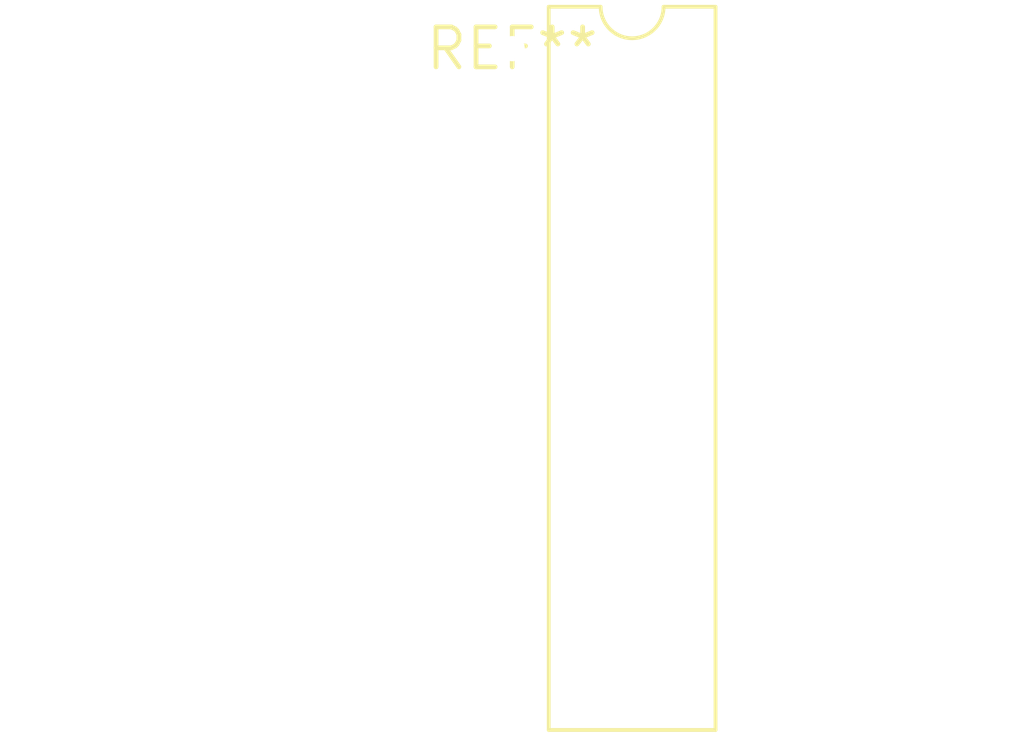
<source format=kicad_pcb>
(kicad_pcb (version 20240108) (generator pcbnew)
  (layers (0 "F.Cu" signal) (31 "B.Cu" signal) (34 "B.Paste" user) (35 "F.Paste" user) (36 "B.SilkS" user "B.Silkscreen") (37 "F.SilkS" user "F.Silkscreen") (38 "B.Mask" user) (39 "F.Mask" user) (44 "Edge.Cuts" user))
  (net 0 "")
  (footprint "CERDIP-18_W7.62mm_SideBrazed" (layer "F.Cu") (at 0 0)
    (property "Reference" "REF**")
    (property "Value" "CERDIP-18_W7.62mm_SideBrazed")
    (fp_line (start 1.16 -1.33) (end 1.16 21.65) (layer "F.SilkS") (stroke (width 0.12)))
    (fp_line (start 1.16 21.65) (end 6.46 21.65) (layer "F.SilkS") (stroke (width 0.12)))
    (fp_line (start 2.81 -1.33) (end 1.16 -1.33) (layer "F.SilkS") (stroke (width 0.12)))
    (fp_line (start 6.46 -1.33) (end 4.81 -1.33) (layer "F.SilkS") (stroke (width 0.12)))
    (fp_line (start 6.46 21.65) (end 6.46 -1.33) (layer "F.SilkS") (stroke (width 0.12)))
    (fp_arc (start 4.81 -1.33) (mid 3.81 -0.33) (end 2.81 -1.33) (layer "F.SilkS") (stroke (width 0.12)))
    (pad "1" thru_hole rect (at 0 0) (size 1.6 1.6) (drill 0.8) (layers *.Cu *.Mask) (remove_unused_layers))
    (pad "2" thru_hole circle (at 0 2.54) (size 1.6 1.6) (drill 0.8) (layers *.Cu *.Mask) (remove_unused_layers))
    (pad "3" thru_hole circle (at 0 5.08) (size 1.6 1.6) (drill 0.8) (layers *.Cu *.Mask) (remove_unused_layers))
    (pad "4" thru_hole circle (at 0 7.62) (size 1.6 1.6) (drill 0.8) (layers *.Cu *.Mask) (remove_unused_layers))
    (pad "5" thru_hole circle (at 0 10.16) (size 1.6 1.6) (drill 0.8) (layers *.Cu *.Mask) (remove_unused_layers))
    (pad "6" thru_hole circle (at 0 12.7) (size 1.6 1.6) (drill 0.8) (layers *.Cu *.Mask) (remove_unused_layers))
    (pad "7" thru_hole circle (at 0 15.24) (size 1.6 1.6) (drill 0.8) (layers *.Cu *.Mask) (remove_unused_layers))
    (pad "8" thru_hole circle (at 0 17.78) (size 1.6 1.6) (drill 0.8) (layers *.Cu *.Mask) (remove_unused_layers))
    (pad "9" thru_hole circle (at 0 20.32) (size 1.6 1.6) (drill 0.8) (layers *.Cu *.Mask) (remove_unused_layers))
    (pad "10" thru_hole circle (at 7.62 20.32) (size 1.6 1.6) (drill 0.8) (layers *.Cu *.Mask) (remove_unused_layers))
    (pad "11" thru_hole circle (at 7.62 17.78) (size 1.6 1.6) (drill 0.8) (layers *.Cu *.Mask) (remove_unused_layers))
    (pad "12" thru_hole circle (at 7.62 15.24) (size 1.6 1.6) (drill 0.8) (layers *.Cu *.Mask) (remove_unused_layers))
    (pad "13" thru_hole circle (at 7.62 12.7) (size 1.6 1.6) (drill 0.8) (layers *.Cu *.Mask) (remove_unused_layers))
    (pad "14" thru_hole circle (at 7.62 10.16) (size 1.6 1.6) (drill 0.8) (layers *.Cu *.Mask) (remove_unused_layers))
    (pad "15" thru_hole circle (at 7.62 7.62) (size 1.6 1.6) (drill 0.8) (layers *.Cu *.Mask) (remove_unused_layers))
    (pad "16" thru_hole circle (at 7.62 5.08) (size 1.6 1.6) (drill 0.8) (layers *.Cu *.Mask) (remove_unused_layers))
    (pad "17" thru_hole circle (at 7.62 2.54) (size 1.6 1.6) (drill 0.8) (layers *.Cu *.Mask) (remove_unused_layers))
    (pad "18" thru_hole circle (at 7.62 0) (size 1.6 1.6) (drill 0.8) (layers *.Cu *.Mask) (remove_unused_layers))
  )
)
</source>
